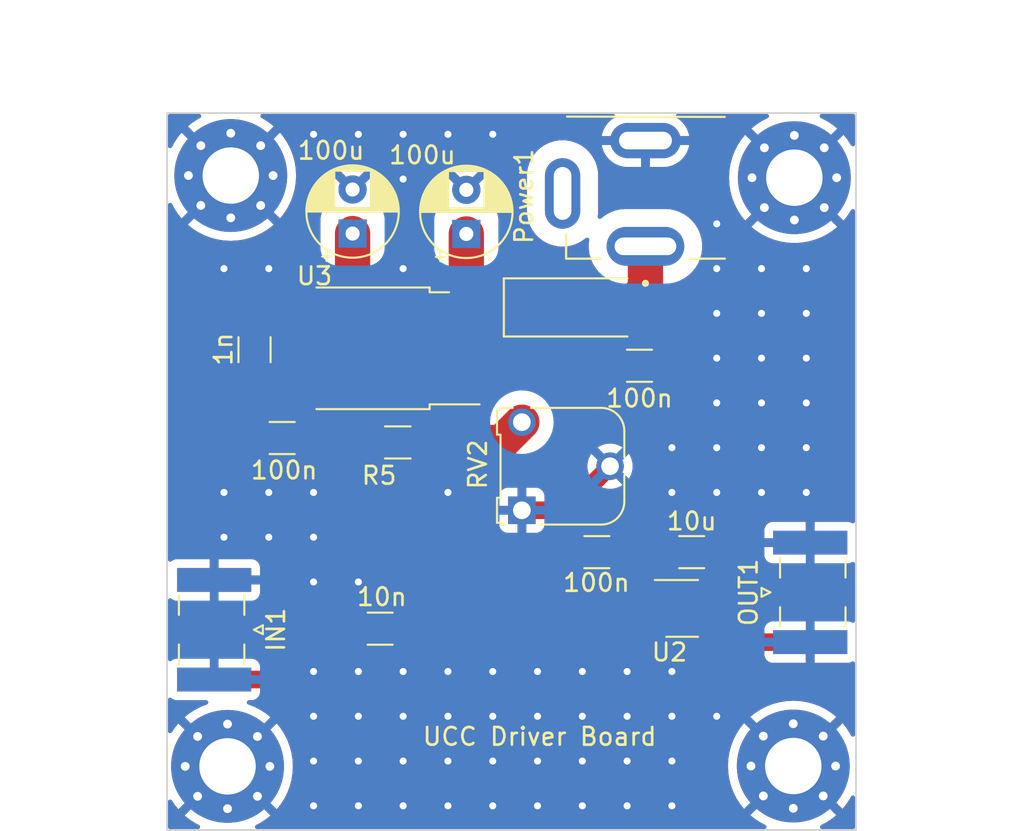
<source format=kicad_pcb>
(kicad_pcb (version 20221018) (generator pcbnew)
  (layers (0 "F.Cu" signal) (31 "B.Cu" signal) (35 "F.Paste" user) (37 "F.SilkS" user "F.Silkscreen") (38 "B.Mask" user) (39 "F.Mask" user) (44 "Edge.Cuts" user))
  (net 0 "")
  (net 1 "GND")
  (net 2 "+VDC")
  (net 3 "Net-(D1-K)")
  (net 4 "Net-(U3-ADJ)")
  (net 5 "Net-(IN1-In)")
  (net 6 "12V")
  (net 8 "Net-(OUT1-In)")
  (net 9 "Net-(U2-IN+)")
  (footprint "Diode_SMD:D_SMA_Handsoldering" (layer "F.Cu") (at 161.1475 73.74)
    (fp_text reference "D1" hide)
    (fp_text value "SS34" hide)
    (pad "1" smd roundrect (at -2.5 0) (size 3.5 1.8) (layers "F.Cu" "F.Paste" "F.Mask") (roundrect_rratio 0.1388888889) (net 3 "Net-(D1-K)"))
    (pad "2" smd roundrect (at 2.5 0) (size 3.5 1.8) (layers "F.Cu" "F.Paste" "F.Mask") (roundrect_rratio 0.1388888889) (net 2 "+VDC"))
  )
  (footprint "MountingHole:MountingHole_3.2mm_M3_Pad_Via" (layer "F.Cu") (at 140.97 99.78)
    (fp_text reference "H3" hide)
    (fp_text value "MountingHole_Pad" hide)
    (pad "1" thru_hole circle (at -2.4 0) (size 0.8 0.8) (drill 0.5) (layers "*.Cu" "*.Mask") (net 1 "GND"))
    (pad "1" thru_hole circle (at -1.697056 -1.697056) (size 0.8 0.8) (drill 0.5) (layers "*.Cu" "*.Mask") (net 1 "GND"))
    (pad "1" thru_hole circle (at -1.697056 1.697056) (size 0.8 0.8) (drill 0.5) (layers "*.Cu" "*.Mask") (net 1 "GND"))
    (pad "1" thru_hole circle (at 0 -2.4) (size 0.8 0.8) (drill 0.5) (layers "*.Cu" "*.Mask") (net 1 "GND"))
    (pad "1" thru_hole circle (at 0 0) (size 6.4 6.4) (drill 3.2) (layers "*.Cu" "*.Mask") (net 1 "GND"))
    (pad "1" thru_hole circle (at 0 2.4) (size 0.8 0.8) (drill 0.5) (layers "*.Cu" "*.Mask") (net 1 "GND"))
    (pad "1" thru_hole circle (at 1.697056 -1.697056) (size 0.8 0.8) (drill 0.5) (layers "*.Cu" "*.Mask") (net 1 "GND"))
    (pad "1" thru_hole circle (at 1.697056 1.697056) (size 0.8 0.8) (drill 0.5) (layers "*.Cu" "*.Mask") (net 1 "GND"))
    (pad "1" thru_hole circle (at 2.4 0) (size 0.8 0.8) (drill 0.5) (layers "*.Cu" "*.Mask") (net 1 "GND"))
  )
  (footprint "Capacitor_SMD:C_1206_3216Metric_Pad1.33x1.80mm_HandSolder" (layer "F.Cu") (at 142.5 76.14 -90)
    (fp_text reference "C17" hide)
    (fp_text value "1n" (at -0.03 1.77 -270) (layer "F.SilkS"))
    (pad "1" smd roundrect (at -1.5625 0 270) (size 1.325 1.8) (layers "F.Cu" "F.Paste" "F.Mask") (roundrect_rratio 0.1886792453) (net 6 "12V"))
    (pad "2" smd roundrect (at 1.5625 0 270) (size 1.325 1.8) (layers "F.Cu" "F.Paste" "F.Mask") (roundrect_rratio 0.1886792453) (net 1 "GND"))
  )
  (footprint "Package_TO_SOT_SMD:SOT-23-5_HandSoldering" (layer "F.Cu") (at 166.7481 90.8165)
    (fp_text reference "U2" (at -0.7175 2.49) (layer "F.SilkS"))
    (fp_text value "UCC27517DBVR" hide)
    (pad "1" smd rect (at -1.35 -0.95) (size 1.56 0.65) (layers "F.Cu" "F.Paste" "F.Mask") (net 6 "12V"))
    (pad "2" smd rect (at -1.35 0) (size 1.56 0.65) (layers "F.Cu" "F.Paste" "F.Mask") (net 1 "GND"))
    (pad "3" smd rect (at -1.35 0.95) (size 1.56 0.65) (layers "F.Cu" "F.Paste" "F.Mask") (net 9 "Net-(U2-IN+)"))
    (pad "4" smd rect (at 1.35 0.95) (size 1.56 0.65) (layers "F.Cu" "F.Paste" "F.Mask") (net 1 "GND"))
    (pad "5" smd rect (at 1.35 -0.95) (size 1.56 0.65) (layers "F.Cu" "F.Paste" "F.Mask") (net 8 "Net-(OUT1-In)"))
  )
  (footprint "Capacitor_SMD:C_1206_3216Metric_Pad1.33x1.80mm_HandSolder" (layer "F.Cu") (at 164.33 77.05)
    (fp_text reference "C14" hide)
    (fp_text value "100n" (at 0 1.85) (layer "F.SilkS"))
    (pad "1" smd roundrect (at -1.5625 0) (size 1.325 1.8) (layers "F.Cu" "F.Paste" "F.Mask") (roundrect_rratio 0.1886792453) (net 3 "Net-(D1-K)"))
    (pad "2" smd roundrect (at 1.5625 0) (size 1.325 1.8) (layers "F.Cu" "F.Paste" "F.Mask") (roundrect_rratio 0.1886792453) (net 1 "GND"))
  )
  (footprint "footprints:XKB_DC-005-5A-2.0_Modded" (layer "F.Cu") (at 164.6675 64.2725 -90)
    (fp_text reference "Power1" (at 3.1675 6.8875 90) (layer "F.SilkS"))
    (fp_text value "DC-005 (Barrel Jack)" hide)
    (pad "1" thru_hole oval (at 6 0 270) (size 2.2 4.4) (drill oval 1 3.5) (layers "*.Cu" "*.Mask") (net 2 "+VDC"))
    (pad "2" thru_hole oval (at 0 0 270) (size 2 4) (drill oval 1 3) (layers "*.Cu" "*.Mask") (net 1 "GND"))
    (pad "3" thru_hole oval (at 3 4.7 270) (size 4 2) (drill oval 3 1) (layers "*.Cu" "*.Mask"))
  )
  (footprint "Capacitor_THT:CP_Radial_D5.0mm_P2.50mm" (layer "F.Cu") (at 154.51 69.57 90)
    (fp_text reference "C15" hide)
    (fp_text value "100u" (at 4.47 -2.49) (layer "F.SilkS"))
    (pad "1" thru_hole rect (at 0 0 90) (size 1.6 1.6) (drill 0.8) (layers "*.Cu" "*.Mask") (net 3 "Net-(D1-K)"))
    (pad "2" thru_hole circle (at 2.5 0 90) (size 1.6 1.6) (drill 0.8) (layers "*.Cu" "*.Mask") (net 1 "GND"))
  )
  (footprint "Resistor_SMD:R_1206_3216Metric_Pad1.30x1.75mm_HandSolder" (layer "F.Cu") (at 150.625 81.4)
    (fp_text reference "R5" (at -1.06 1.88) (layer "F.SilkS"))
    (fp_text value "220" hide)
    (pad "1" smd roundrect (at -1.55 0) (size 1.3 1.75) (layers "F.Cu" "F.Paste" "F.Mask") (roundrect_rratio 0.1923076923) (net 6 "12V"))
    (pad "2" smd roundrect (at 1.55 0) (size 1.3 1.75) (layers "F.Cu" "F.Paste" "F.Mask") (roundrect_rratio 0.1923076923) (net 4 "Net-(U3-ADJ)"))
  )
  (footprint "Capacitor_SMD:C_1206_3216Metric_Pad1.33x1.80mm_HandSolder" (layer "F.Cu") (at 167.2875 87.625)
    (fp_text reference "C16" hide)
    (fp_text value "10u" (at 0.0025 -1.755) (layer "F.SilkS"))
    (pad "1" smd roundrect (at -1.5625 0) (size 1.325 1.8) (layers "F.Cu" "F.Paste" "F.Mask") (roundrect_rratio 0.1886792453) (net 6 "12V"))
    (pad "2" smd roundrect (at 1.5625 0) (size 1.325 1.8) (layers "F.Cu" "F.Paste" "F.Mask") (roundrect_rratio 0.1886792453) (net 1 "GND"))
  )
  (footprint "MountingHole:MountingHole_3.2mm_M3_Pad_Via" (layer "F.Cu") (at 173.05 99.76)
    (fp_text reference "H4" hide)
    (fp_text value "MountingHole_Pad" hide)
    (pad "1" thru_hole circle (at -2.4 0) (size 0.8 0.8) (drill 0.5) (layers "*.Cu" "*.Mask") (net 1 "GND"))
    (pad "1" thru_hole circle (at -1.697056 -1.697056) (size 0.8 0.8) (drill 0.5) (layers "*.Cu" "*.Mask") (net 1 "GND"))
    (pad "1" thru_hole circle (at -1.697056 1.697056) (size 0.8 0.8) (drill 0.5) (layers "*.Cu" "*.Mask") (net 1 "GND"))
    (pad "1" thru_hole circle (at 0 -2.4) (size 0.8 0.8) (drill 0.5) (layers "*.Cu" "*.Mask") (net 1 "GND"))
    (pad "1" thru_hole circle (at 0 0) (size 6.4 6.4) (drill 3.2) (layers "*.Cu" "*.Mask") (net 1 "GND"))
    (pad "1" thru_hole circle (at 0 2.4) (size 0.8 0.8) (drill 0.5) (layers "*.Cu" "*.Mask") (net 1 "GND"))
    (pad "1" thru_hole circle (at 1.697056 -1.697056) (size 0.8 0.8) (drill 0.5) (layers "*.Cu" "*.Mask") (net 1 "GND"))
    (pad "1" thru_hole circle (at 1.697056 1.697056) (size 0.8 0.8) (drill 0.5) (layers "*.Cu" "*.Mask") (net 1 "GND"))
    (pad "1" thru_hole circle (at 2.4 0) (size 0.8 0.8) (drill 0.5) (layers "*.Cu" "*.Mask") (net 1 "GND"))
  )
  (footprint "Capacitor_SMD:C_1206_3216Metric_Pad1.33x1.80mm_HandSolder" (layer "F.Cu") (at 144.07 81.15 180)
    (fp_text reference "C6" hide)
    (fp_text value "100n" (at -0.11 -1.83 180) (layer "F.SilkS"))
    (pad "1" smd roundrect (at -1.5625 0 180) (size 1.325 1.8) (layers "F.Cu" "F.Paste" "F.Mask") (roundrect_rratio 0.1886792453) (net 6 "12V"))
    (pad "2" smd roundrect (at 1.5625 0 180) (size 1.325 1.8) (layers "F.Cu" "F.Paste" "F.Mask") (roundrect_rratio 0.1886792453) (net 1 "GND"))
  )
  (footprint "Connector_Coaxial:SMA_Samtec_SMA-J-P-X-ST-EM1_EdgeMount" (layer "F.Cu") (at 140.2131 92.0265 -90)
    (fp_text reference "IN1" (at 0 -3.5 90) (layer "F.SilkS"))
    (fp_text value "SMA" hide)
    (pad "1" smd rect (at 0 0.2 270) (size 1.27 3.6) (layers "F.Cu" "F.Paste" "F.Mask") (net 5 "Net-(IN1-In)"))
    (pad "2" smd rect (at -2.825 0 270) (size 1.35 4.2) (layers "F.Cu" "F.Paste" "F.Mask") (net 1 "GND"))
    (pad "2" smd rect (at -2.825 0 270) (size 1.35 4.2) (layers "B.Cu" "B.Paste" "B.Mask") (net 1 "GND"))
    (pad "2" smd rect (at 2.825 0 270) (size 1.35 4.2) (layers "F.Cu" "F.Paste" "F.Mask") (net 1 "GND"))
    (pad "2" smd rect (at 2.825 0 270) (size 1.35 4.2) (layers "B.Cu" "B.Paste" "B.Mask") (net 1 "GND"))
  )
  (footprint "Potentiometer_THT:Potentiometer_Runtron_RM-065_Vertical" (layer "F.Cu") (at 157.66 85.25 90)
    (fp_text reference "RV2" (at 2.6 -2.5 90) (layer "F.SilkS"))
    (fp_text value "5k")
    (pad "1" thru_hole rect (at 0 0 90) (size 1.56 1.56) (drill 1) (layers "*.Cu" "*.Mask") (net 1 "GND"))
    (pad "2" thru_hole circle (at 2.5 5 90) (size 1.56 1.56) (drill 1) (layers "*.Cu" "*.Mask") (net 1 "GND"))
    (pad "3" thru_hole circle (at 5 0 90) (size 1.56 1.56) (drill 1) (layers "*.Cu" "*.Mask") (net 4 "Net-(U3-ADJ)"))
  )
  (footprint "Capacitor_SMD:C_1206_3216Metric_Pad1.33x1.80mm_HandSolder" (layer "F.Cu") (at 161.9125 87.625 180)
    (fp_text reference "C23" hide)
    (fp_text value "100n" (at 0.0225 -1.735 180) (layer "F.SilkS"))
    (pad "1" smd roundrect (at -1.5625 0 180) (size 1.325 1.8) (layers "F.Cu" "F.Paste" "F.Mask") (roundrect_rratio 0.1886792453) (net 6 "12V"))
    (pad "2" smd roundrect (at 1.5625 0 180) (size 1.325 1.8) (layers "F.Cu" "F.Paste" "F.Mask") (roundrect_rratio 0.1886792453) (net 1 "GND"))
  )
  (footprint "Capacitor_THT:CP_Radial_D5.0mm_P2.50mm" (layer "F.Cu") (at 148.06 69.55 90)
    (fp_text reference "C5" hide)
    (fp_text value "100u" (at 4.71 -1.22 180) (layer "F.SilkS"))
    (pad "1" thru_hole rect (at 0 0 90) (size 1.6 1.6) (drill 0.8) (layers "*.Cu" "*.Mask") (net 6 "12V"))
    (pad "2" thru_hole circle (at 2.5 0 90) (size 1.6 1.6) (drill 0.8) (layers "*.Cu" "*.Mask") (net 1 "GND"))
  )
  (footprint "MountingHole:MountingHole_3.2mm_M3_Pad_Via" (layer "F.Cu") (at 141.152944 66.257056)
    (fp_text reference "H1" hide)
    (fp_text value "MountingHole_Pad" hide)
    (pad "1" thru_hole circle (at -2.4 0) (size 0.8 0.8) (drill 0.5) (layers "*.Cu" "*.Mask") (net 1 "GND"))
    (pad "1" thru_hole circle (at -1.697056 -1.697056) (size 0.8 0.8) (drill 0.5) (layers "*.Cu" "*.Mask") (net 1 "GND"))
    (pad "1" thru_hole circle (at -1.697056 1.697056) (size 0.8 0.8) (drill 0.5) (layers "*.Cu" "*.Mask") (net 1 "GND"))
    (pad "1" thru_hole circle (at 0 -2.4) (size 0.8 0.8) (drill 0.5) (layers "*.Cu" "*.Mask") (net 1 "GND"))
    (pad "1" thru_hole circle (at 0 0) (size 6.4 6.4) (drill 3.2) (layers "*.Cu" "*.Mask") (net 1 "GND"))
    (pad "1" thru_hole circle (at 0 2.4) (size 0.8 0.8) (drill 0.5) (layers "*.Cu" "*.Mask") (net 1 "GND"))
    (pad "1" thru_hole circle (at 1.697056 -1.697056) (size 0.8 0.8) (drill 0.5) (layers "*.Cu" "*.Mask") (net 1 "GND"))
    (pad "1" thru_hole circle (at 1.697056 1.697056) (size 0.8 0.8) (drill 0.5) (layers "*.Cu" "*.Mask") (net 1 "GND"))
    (pad "1" thru_hole circle (at 2.4 0) (size 0.8 0.8) (drill 0.5) (layers "*.Cu" "*.Mask") (net 1 "GND"))
  )
  (footprint "Capacitor_SMD:C_1206_3216Metric_Pad1.33x1.80mm_HandSolder" (layer "F.Cu") (at 149.6231 91.9665)
    (fp_text reference "C19" hide)
    (fp_text value "10n" (at 0.1 -1.8) (layer "F.SilkS"))
    (pad "1" smd roundrect (at -1.5625 0) (size 1.325 1.8) (layers "F.Cu" "F.Paste" "F.Mask") (roundrect_rratio 0.1886792453) (net 5 "Net-(IN1-In)"))
    (pad "2" smd roundrect (at 1.5625 0) (size 1.325 1.8) (layers "F.Cu" "F.Paste" "F.Mask") (roundrect_rratio 0.1886792453) (net 9 "Net-(U2-IN+)"))
  )
  (footprint "MountingHole:MountingHole_3.2mm_M3_Pad_Via" (layer "F.Cu") (at 173.11 66.38)
    (fp_text reference "H2" hide)
    (fp_text value "MountingHole_Pad" hide)
    (pad "1" thru_hole circle (at -2.4 0) (size 0.8 0.8) (drill 0.5) (layers "*.Cu" "*.Mask") (net 1 "GND"))
    (pad "1" thru_hole circle (at -1.697056 -1.697056) (size 0.8 0.8) (drill 0.5) (layers "*.Cu" "*.Mask") (net 1 "GND"))
    (pad "1" thru_hole circle (at -1.697056 1.697056) (size 0.8 0.8) (drill 0.5) (layers "*.Cu" "*.Mask") (net 1 "GND"))
    (pad "1" thru_hole circle (at 0 -2.4) (size 0.8 0.8) (drill 0.5) (layers "*.Cu" "*.Mask") (net 1 "GND"))
    (pad "1" thru_hole circle (at 0 0) (size 6.4 6.4) (drill 3.2) (layers "*.Cu" "*.Mask") (net 1 "GND"))
    (pad "1" thru_hole circle (at 0 2.4) (size 0.8 0.8) (drill 0.5) (layers "*.Cu" "*.Mask") (net 1 "GND"))
    (pad "1" thru_hole circle (at 1.697056 -1.697056) (size 0.8 0.8) (drill 0.5) (layers "*.Cu" "*.Mask") (net 1 "GND"))
    (pad "1" thru_hole circle (at 1.697056 1.697056) (size 0.8 0.8) (drill 0.5) (layers "*.Cu" "*.Mask") (net 1 "GND"))
    (pad "1" thru_hole circle (at 2.4 0) (size 0.8 0.8) (drill 0.5) (layers "*.Cu" "*.Mask") (net 1 "GND"))
  )
  (footprint "Connector_Coaxial:SMA_Samtec_SMA-J-P-X-ST-EM1_EdgeMount" (layer "F.Cu") (at 174.0106 89.9065 90)
    (fp_text reference "OUT1" (at 0 -3.5 90) (layer "F.SilkS"))
    (fp_text value "SMA" hide)
    (pad "1" smd rect (at 0 0.2 90) (size 1.27 3.6) (layers "F.Cu" "F.Paste" "F.Mask") (net 8 "Net-(OUT1-In)"))
    (pad "2" smd rect (at -2.825 0 90) (size 1.35 4.2) (layers "F.Cu" "F.Paste" "F.Mask") (net 1 "GND"))
    (pad "2" smd rect (at -2.825 0 90) (size 1.35 4.2) (layers "B.Cu" "B.Paste" "B.Mask") (net 1 "GND"))
    (pad "2" smd rect (at 2.825 0 90) (size 1.35 4.2) (layers "F.Cu" "F.Paste" "F.Mask") (net 1 "GND"))
    (pad "2" smd rect (at 2.825 0 90) (size 1.35 4.2) (layers "B.Cu" "B.Paste" "B.Mask") (net 1 "GND"))
  )
  (footprint "Package_TO_SOT_SMD:TO-252-2" (layer "F.Cu") (at 149.12 76.06 180)
    (fp_text reference "U3" (at 3.22 4.1) (layer "F.SilkS"))
    (fp_text value "LM317_TO-252" hide)
    (pad "1" smd roundrect (at -5.04 -2.28 180) (size 2.2 1.2) (layers "F.Cu" "F.Paste" "F.Mask") (roundrect_rratio 0.2083333333) (net 4 "Net-(U3-ADJ)"))
    (pad "2" smd roundrect (at -0.415 -1.525 180) (size 3.05 2.75) (layers "F.Cu" "F.Paste") (roundrect_rratio 0.09090909091) (net 6 "12V"))
    (pad "2" smd roundrect (at -0.415 1.525 180) (size 3.05 2.75) (layers "F.Cu" "F.Paste") (roundrect_rratio 0.09090909091) (net 6 "12V"))
    (pad "2" smd roundrect (at 1.26 0 180) (size 6.4 5.8) (layers "F.Cu" "F.Mask") (roundrect_rratio 0.04310293103) (net 6 "12V"))
    (pad "2" smd roundrect (at 2.935 -1.525 180) (size 3.05 2.75) (layers "F.Cu" "F.Paste") (roundrect_rratio 0.09090909091) (net 6 "12V"))
    (pad "2" smd roundrect (at 2.935 1.525 180) (size 3.05 2.75) (layers "F.Cu" "F.Paste") (roundrect_rratio 0.09090909091) (net 6 "12V"))
    (pad "3" smd roundrect (at -5.04 2.28 180) (size 2.2 1.2) (layers "F.Cu" "F.Paste" "F.Mask") (roundrect_rratio 0.2083333333) (net 3 "Net-(D1-K)"))
  )
  (gr_rect (start 137.54 62.709) (end 176.605 103.39) (stroke (width 0.1)) (fill none) (layer "Edge.Cuts"))
  (gr_text "UCC Driver Board" (at 151.95 98.675) (layer "F.SilkS") (effects (font (size 1 1)) (justify left bottom)))
  (segment (start 169.0631 92.7315) (end 168.0981 91.7665) (width 1) (layer "F.Cu") (net 1))
  (segment (start 160.35 86.375) (end 160.35 85.25) (width 1) (layer "F.Cu") (net 1))
  (segment (start 174.0106 92.7315) (end 169.0631 92.7315) (width 1) (layer "F.Cu") (net 1))
  (segment (start 140.2131 94.8515) (end 145.3941 94.8515) (width 1) (layer "F.Cu") (net 1))
  (segment (start 167.0531 90.8165) (end 168.0031 91.7665) (width 0.5) (layer "F.Cu") (net 1))
  (segment (start 165.4931 90.8165) (end 167.0531 90.8165) (width 0.5) (layer "F.Cu") (net 1))
  (segment (start 162.66 82.75) (end 160.35 85.06) (width 1) (layer "F.Cu") (net 1))
  (segment (start 160.35 85.06) (end 160.35 86.375) (width 1) (layer "F.Cu") (net 1))
  (segment (start 145.3941 94.8515) (end 145.8481 94.3975) (width 1) (layer "F.Cu") (net 1))
  (segment (start 157.66 85.25) (end 160.35 85.25) (width 1) (layer "F.Cu") (net 1))
  (segment (start 160.35 87.625) (end 160.35 86.375) (width 1) (layer "F.Cu") (net 1))
  (via (at 166.1681 99.4775) (size 0.8) (drill 0.4) (layers "F.Cu" "B.Cu") (net 1))
  (via (at 173.7881 74.0775) (size 0.8) (drill 0.4) (layers "F.Cu" "B.Cu") (net 1))
  (via (at 158.5481 94.3975) (size 0.8) (drill 0.4) (layers "F.Cu" "B.Cu") (net 1))
  (via (at 161.0881 96.9375) (size 0.8) (drill 0.4) (layers "F.Cu" "B.Cu") (net 1))
  (via (at 148.3881 63.9175) (size 0.8) (drill 0.4) (layers "F.Cu" "B.Cu") (net 1))
  (via (at 168.7081 74.0775) (size 0.8) (drill 0.4) (layers "F.Cu" "B.Cu") (net 1))
  (via (at 166.1681 96.9375) (size 0.8) (drill 0.4) (layers "F.Cu" "B.Cu") (net 1))
  (via (at 163.6281 96.9375) (size 0.8) (drill 0.4) (layers "F.Cu" "B.Cu") (net 1))
  (via (at 150.9281 96.9375) (size 0.8) (drill 0.4) (layers "F.Cu" "B.Cu") (net 1))
  (via (at 148.3881 99.4775) (size 0.8) (drill 0.4) (layers "F.Cu" "B.Cu") (net 1))
  (via (at 148.3881 102.0175) (size 0.8) (drill 0.4) (layers "F.Cu" "B.Cu") (net 1))
  (via (at 156.0081 102.0175) (size 0.8) (drill 0.4) (layers "F.Cu" "B.Cu") (net 1))
  (via (at 140.7681 71.5375) (size 0.8) (drill 0.4) (layers "F.Cu" "B.Cu") (net 1))
  (via (at 168.7081 96.9375) (size 0.8) (drill 0.4) (layers "F.Cu" "B.Cu") (net 1))
  (via (at 168.7081 68.9975) (size 0.8) (drill 0.4) (layers "F.Cu" "B.Cu") (net 1))
  (via (at 143.3081 86.7775) (size 0.8) (drill 0.4) (layers "F.Cu" "B.Cu") (net 1))
  (via (at 156.0081 99.4775) (size 0.8) (drill 0.4) (layers "F.Cu" "B.Cu") (net 1))
  (via (at 145.8481 99.4775) (size 0.8) (drill 0.4) (layers "F.Cu" "B.Cu") (net 1))
  (via (at 168.7081 71.5375) (size 0.8) (drill 0.4) (layers "F.Cu" "B.Cu") (net 1))
  (via (at 156.0081 63.9175) (size 0.8) (drill 0.4) (layers "F.Cu" "B.Cu") (net 1))
  (via (at 140.7681 84.2375) (size 0.8) (drill 0.4) (layers "F.Cu" "B.Cu") (net 1))
  (via (at 158.5481 96.9375) (size 0.8) (drill 0.4) (layers "F.Cu" "B.Cu") (net 1))
  (via (at 148.3881 94.3975) (size 0.8) (drill 0.4) (layers "F.Cu" "B.Cu") (net 1))
  (via (at 145.8481 63.9175) (size 0.8) (drill 0.4) (layers "F.Cu" "B.Cu") (net 1))
  (via (at 171.2481 76.6175) (size 0.8) (drill 0.4) (layers "F.Cu" "B.Cu") (net 1))
  (via (at 173.7881 84.2375) (size 0.8) (drill 0.4) (layers "F.Cu" "B.Cu") (net 1))
  (via (at 145.8481 86.7775) (size 0.8) (drill 0.4) (layers "F.Cu" "B.Cu") (net 1))
  (via (at 163.6281 102.0175) (size 0.8) (drill 0.4) (layers "F.Cu" "B.Cu") (net 1))
  (via (at 166.1681 84.2375) (size 0.8) (drill 0.4) (layers "F.Cu" "B.Cu") (net 1))
  (via (at 153.4681 94.3975) (size 0.8) (drill 0.4) (layers "F.Cu" "B.Cu") (net 1))
  (via (at 145.8481 102.0175) (size 0.8) (drill 0.4) (layers "F.Cu" "B.Cu") (net 1))
  (via (at 168.7081 84.2375) (size 0.8) (drill 0.4) (layers "F.Cu" "B.Cu") (net 1))
  (via (at 150.9281 99.4775) (size 0.8) (drill 0.4) (layers "F.Cu" "B.Cu") (net 1))
  (via (at 140.7681 86.7775) (size 0.8) (drill 0.4) (layers "F.Cu" "B.Cu") (net 1))
  (via (at 143.3081 84.2375) (size 0.8) (drill 0.4) (layers "F.Cu" "B.Cu") (net 1))
  (via (at 153.4681 96.9375) (size 0.8) (drill 0.4) (layers "F.Cu" "B.Cu") (net 1))
  (via (at 173.7881 79.1575) (size 0.8) (drill 0.4) (layers "F.Cu" "B.Cu") (net 1))
  (via (at 173.7881 81.6975) (size 0.8) (drill 0.4) (layers "F.Cu" "B.Cu") (net 1))
  (via (at 153.4681 84.2375) (size 0.8) (drill 0.4) (layers "F.Cu" "B.Cu") (net 1))
  (via (at 171.2481 84.2375) (size 0.8) (drill 0.4) (layers "F.Cu" "B.Cu") (net 1))
  (via (at 145.8481 96.9375) (size 0.8) (drill 0.4) (layers "F.Cu" "B.Cu") (net 1))
  (via (at 161.0881 99.4775) (size 0.8) (drill 0.4) (layers "F.Cu" "B.Cu") (net 1))
  (via (at 158.5481 99.4775) (size 0.8) (drill 0.4) (layers "F.Cu" "B.Cu") (net 1))
  (via (at 145.8481 94.3975) (size 0.8) (drill 0.4) (layers "F.Cu" "B.Cu") (net 1))
  (via (at 168.7081 76.6175) (size 0.8) (drill 0.4) (layers "F.Cu" "B.Cu") (net 1))
  (via (at 156.0081 94.3975) (size 0.8) (drill 0.4) (layers "F.Cu" "B.Cu") (net 1))
  (via (at 150.9281 66.4575) (size 0.8) (drill 0.4) (layers "F.Cu" "B.Cu") (net 1))
  (via (at 145.8481 84.2375) (size 0.8) (drill 0.4) (layers "F.Cu" "B.Cu") (net 1))
  (via (at 161.0881 94.3975) (size 0.8) (drill 0.4) (layers "F.Cu" "B.Cu") (net 1))
  (via (at 145.8481 89.3175) (size 0.8) (drill 0.4) (layers "F.Cu" "B.Cu") (net 1))
  (via (at 148.3881 89.3175) (size 0.8) (drill 0.4) (layers "F.Cu" "B.Cu") (net 1))
  (via (at 171.2481 74.0775) (size 0.8) (drill 0.4) (layers "F.Cu" "B.Cu") (net 1))
  (via (at 171.2481 71.5375) (size 0.8) (drill 0.4) (layers "F.Cu" "B.Cu") (net 1))
  (via (at 150.9281 63.9175) (size 0.8) (drill 0.4) (layers "F.Cu" "B.Cu") (net 1))
  (via (at 156.0081 96.9375) (size 0.8) (drill 0.4) (layers "F.Cu" "B.Cu") (net 1))
  (via (at 163.6281 94.3975) (size 0.8) (drill 0.4) (layers "F.Cu" "B.Cu") (net 1))
  (via (at 143.3081 71.5375) (size 0.8) (drill 0.4) (layers "F.Cu" "B.Cu") (net 1))
  (via (at 166.1681 81.6975) (size 0.8) (drill 0.4) (layers "F.Cu" "B.Cu") (net 1))
  (via (at 158.5481 102.0175) (size 0.8) (drill 0.4) (layers "F.Cu" "B.Cu") (net 1))
  (via (at 173.7881 71.5375) (size 0.8) (drill 0.4) (layers "F.Cu" "B.Cu") (net 1))
  (via (at 171.2481 81.6975) (size 0.8) (drill 0.4) (layers "F.Cu" "B.Cu") (net 1))
  (via (at 148.3881 96.9375) (size 0.8) (drill 0.4) (layers "F.Cu" "B.Cu") (net 1))
  (via (at 153.4681 99.4775) (size 0.8) (drill 0.4) (layers "F.Cu" "B.Cu") (net 1))
  (via (at 166.1681 102.0175) (size 0.8) (drill 0.4) (layers "F.Cu" "B.Cu") (net 1))
  (via (at 168.7081 81.6975) (size 0.8) (drill 0.4) (layers "F.Cu" "B.Cu") (net 1))
  (via (at 153.4681 102.0175) (size 0.8) (drill 0.4) (layers "F.Cu" "B.Cu") (net 1))
  (via (at 171.2481 79.1575) (size 0.8) (drill 0.4) (layers "F.Cu" "B.Cu") (net 1))
  (via (at 166.1681 94.3975) (size 0.8) (drill 0.4) (layers "F.Cu" "B.Cu") (net 1))
  (via (at 150.9281 102.0175) (size 0.8) (drill 0.4) (layers "F.Cu" "B.Cu") (net 1))
  (via (at 163.6281 99.4775) (size 0.8) (drill 0.4) (layers "F.Cu" "B.Cu") (net 1))
  (via (at 173.7881 76.6175) (size 0.8) (drill 0.4) (layers "F.Cu" "B.Cu") (net 1))
  (via (at 150.9281 94.3975) (size 0.8) (drill 0.4) (layers "F.Cu" "B.Cu") (net 1))
  (via (at 150.9281 71.5375) (size 0.8) (drill 0.4) (layers "F.Cu" "B.Cu") (net 1))
  (via (at 168.7081 79.1575) (size 0.8) (drill 0.4) (layers "F.Cu" "B.Cu") (net 1))
  (via (at 153.4681 63.9175) (size 0.8) (drill 0.4) (layers "F.Cu" "B.Cu") (net 1))
  (via (at 161.0881 102.0175) (size 0.8) (drill 0.4) (layers "F.Cu" "B.Cu") (net 1))
  (segment (start 164.6675 72.72) (end 163.6475 73.74) (width 2) (layer "F.Cu") (net 2))
  (segment (start 164.6675 70.2725) (end 164.6675 72.72) (width 2) (layer "F.Cu") (net 2))
  (segment (start 154.16 73.78) (end 154.83 73.78) (width 2) (layer "F.Cu") (net 3))
  (segment (start 154.51 73.46) (end 154.52 73.47) (width 2) (layer "F.Cu") (net 3))
  (segment (start 154.83 73.78) (end 158.6075 73.78) (width 2) (layer "F.Cu") (net 3))
  (segment (start 159.2 77.02) (end 159.23 77.05) (width 2) (layer "F.Cu") (net 3))
  (segment (start 154.52 73.47) (end 154.83 73.78) (width 2) (layer "F.Cu") (net 3))
  (segment (start 159.2 77.02) (end 159.2 74.2925) (width 2) (layer "F.Cu") (net 3))
  (segment (start 154.51 69.57) (end 154.51 73.46) (width 2) (layer "F.Cu") (net 3))
  (segment (start 159.23 77.05) (end 162.7675 77.05) (width 2) (layer "F.Cu") (net 3))
  (segment (start 154.16 81.34) (end 154.16 78.34) (width 2) (layer "F.Cu") (net 4))
  (segment (start 156.51 81.4) (end 152.175 81.4) (width 2) (layer "F.Cu") (net 4))
  (segment (start 157.66 80.25) (end 156.51 81.4) (width 2) (layer "F.Cu") (net 4))
  (segment (start 140.0131 92.0265) (end 148.0006 92.0265) (width 1.7) (layer "F.Cu") (net 5))
  (segment (start 149.085 84.7284) (end 149.7533 85.3967) (width 2) (layer "F.Cu") (net 6))
  (segment (start 163.475 87.625) (end 165.725 87.625) (width 1) (layer "F.Cu") (net 6))
  (segment (start 163.475 89.2296) (end 163.475 87.625) (width 1) (layer "F.Cu") (net 6))
  (segment (start 154.1481 89.7915) (end 159.34 89.7915) (width 2) (layer "F.Cu") (net 6))
  (segment (start 160.82 89.7915) (end 162.9131 89.7915) (width 1) (layer "F.Cu") (net 6))
  (segment (start 159.34 89.7915) (end 160.82 89.7915) (width 1) (layer "F.Cu") (net 6))
  (segment (start 160.82 89.7915) (end 165.3981 89.7915) (width 1) (layer "F.Cu") (net 6))
  (segment (start 142.5 74.5775) (end 146.1425 74.5775) (width 2) (layer "F.Cu") (net 6))
  (segment (start 145.6725 81.11) (end 145.6725 78.0975) (width 2) (layer "F.Cu") (net 6))
  (segment (start 149.08 78.04) (end 149.535 77.585) (width 2) (layer "F.Cu") (net 6))
  (segment (start 149.085 81.37) (end 149.085 84.7284) (width 2) (layer "F.Cu") (net 6))
  (segment (start 148.06 69.55) (end 148.06 75.86) (width 2) (layer "F.Cu") (net 6))
  (segment (start 149.7533 85.3967) (end 154.1481 89.7915) (width 2) (layer "F.Cu") (net 6))
  (segment (start 145.6725 78.0975) (end 146.185 77.585) (width 2) (layer "F.Cu") (net 6))
  (segment (start 149.08 81.38) (end 149.08 78.04) (width 2) (layer "F.Cu") (net 6))
  (segment (start 168.0031 89.8665) (end 170.0731 89.8665) (width 1) (layer "F.Cu") (net 8))
  (segment (start 170.0731 89.8665) (end 174.8445 89.8665) (width 2) (layer "F.Cu") (net 8))
  (segment (start 151.3106 91.8415) (end 165.3981 91.8415) (width 1) (layer "F.Cu") (net 9))
  (zone (net 1) (net_name "GND") (layer "F.Cu") (connect_pads (clearance 1.016)) (min_thickness 0.25) (fill yes (thermal_gap 0.5) (thermal_bridge_width 0.5))
    (polygon (pts (xy 137.55 62.725) (xy 176.6 62.725) (xy 176.6 103.4) (xy 137.55 103.4)))
  )
  (zone (net 1) (net_name "GND") (layer "B.Cu") (connect_pads (clearance 1.016)) (min_thickness 0.25) (fill yes (thermal_gap 0.5) (thermal_bridge_width 0.5))
    (polygon (pts (xy 137.55 62.725) (xy 176.6 62.725) (xy 176.6 103.4) (xy 137.55 103.4)))
  )
)
</source>
